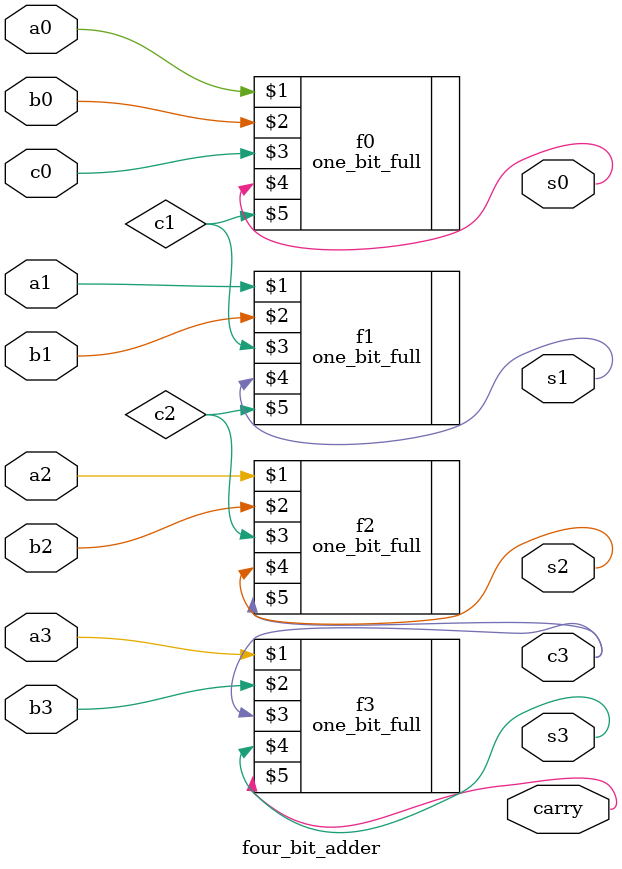
<source format=v>
`timescale 1ns / 1ps


module four_bit_adder(
    input c0,    
    input a0,
    input b0,
    input a1,
    input b1,
    input a2,
    input b2,
    input a3,
    input b3,
    output s0,
    output s1,
    output s2,
    output s3,
    output carry,
    output c3
    );
    
    wire c1,c2;
    
    one_bit_full f0(a0,b0,c0,s0,c1);
    one_bit_full f1(a1,b1,c1,s1,c2);
    one_bit_full f2(a2,b2,c2,s2,c3);
    one_bit_full f3(a3,b3,c3,s3,carry);  
    
endmodule

</source>
